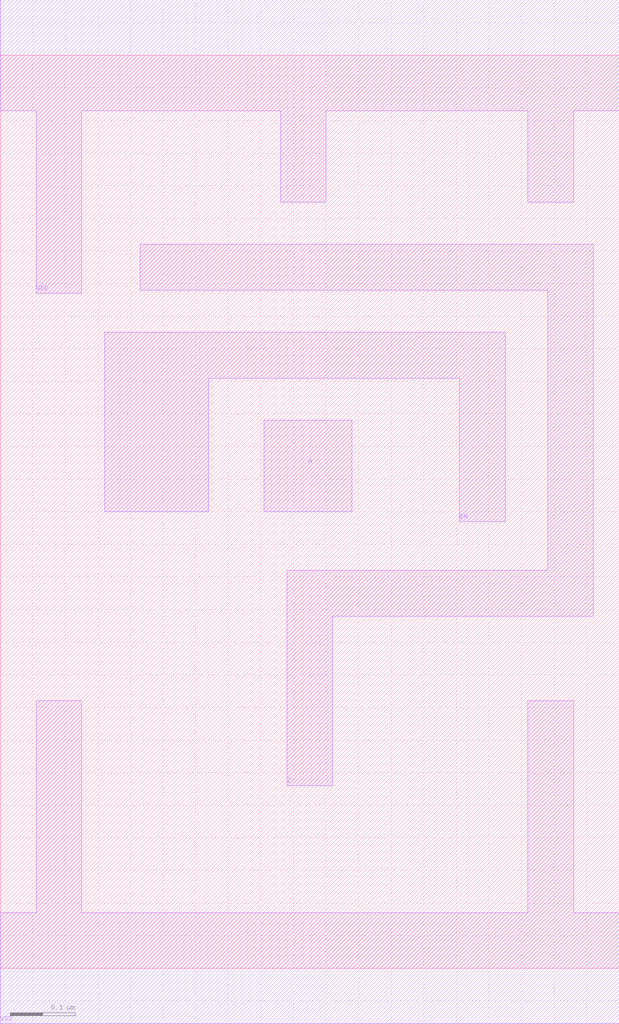
<source format=lef>
# 
# ******************************************************************************
# *                                                                            *
# *                   Copyright (C) 2004-2011, Nangate Inc.                    *
# *                           All rights reserved.                             *
# *                                                                            *
# * Nangate and the Nangate logo are trademarks of Nangate Inc.                *
# *                                                                            *
# * All trademarks, logos, software marks, and trade names (collectively the   *
# * "Marks") in this program are proprietary to Nangate or other respective    *
# * owners that have granted Nangate the right and license to use such Marks.  *
# * You are not permitted to use the Marks without the prior written consent   *
# * of Nangate or such third party that may own the Marks.                     *
# *                                                                            *
# * This file has been provided pursuant to a License Agreement containing     *
# * restrictions on its use. This file contains valuable trade secrets and     *
# * proprietary information of Nangate Inc., and is protected by U.S. and      *
# * international laws and/or treaties.                                        *
# *                                                                            *
# * The copyright notice(s) in this file does not indicate actual or intended  *
# * publication of this file.                                                  *
# *                                                                            *
# *     NGLibraryCreator, v2010.08-HR32-SP3-2010-08-05 - build 1009061800      *
# *                                                                            *
# ******************************************************************************
# 
# 
# Running on server08.nangate.com for user Giancarlo Franciscatto (gfr).
# Local time is now Thu, 6 Jan 2011, 18:10:28.
# Main process id is 3320.

VERSION 5.6 ;
BUSBITCHARS "[]" ;
DIVIDERCHAR "/" ;

MACRO ISO_FENCE1N_X4
  CLASS core ;
  FOREIGN ISO_FENCE1N_X4 0.0 0.0 ;
  ORIGIN 0 0 ;
  SYMMETRY X Y ;
  SITE FreePDK45_38x28_10R_NP_162NW_34O ;
  SIZE 0.95 BY 1.4 ;
  PIN A
    DIRECTION INPUT ;
    ANTENNAPARTIALMETALAREA 0.0189 LAYER metal1 ;
    ANTENNAPARTIALMETALSIDEAREA 0.0715 LAYER metal1 ;
    ANTENNAGATEAREA 0.0775 ;
    PORT
      LAYER metal1 ;
        POLYGON 0.405 0.7 0.54 0.7 0.54 0.84 0.405 0.84  ;
    END
  END A
  PIN EN
    DIRECTION INPUT ;
    ANTENNAPARTIALMETALAREA 0.09125 LAYER metal1 ;
    ANTENNAPARTIALMETALSIDEAREA 0.2886 LAYER metal1 ;
    ANTENNAGATEAREA 0.0775 ;
    PORT
      LAYER metal1 ;
        POLYGON 0.16 0.7 0.32 0.7 0.32 0.905 0.705 0.905 0.705 0.685 0.775 0.685 0.775 0.975 0.16 0.975  ;
    END
  END EN
  PIN Z
    DIRECTION OUTPUT ;
    ANTENNAPARTIALMETALAREA 0.12985 LAYER metal1 ;
    ANTENNAPARTIALMETALSIDEAREA 0.5005 LAYER metal1 ;
    ANTENNADIFFAREA 0.1666 ;
    PORT
      LAYER metal1 ;
        POLYGON 0.215 1.04 0.84 1.04 0.84 0.61 0.44 0.61 0.44 0.28 0.51 0.28 0.51 0.54 0.91 0.54 0.91 1.11 0.215 1.11  ;
    END
  END Z
  PIN VDD
    DIRECTION INOUT ;
    USE power ;
    SHAPE ABUTMENT ;
    PORT
      LAYER metal1 ;
        POLYGON 0 1.315 0.055 1.315 0.055 1.035 0.125 1.035 0.125 1.315 0.43 1.315 0.43 1.175 0.5 1.175 0.5 1.315 0.81 1.315 0.81 1.175 0.88 1.175 0.88 1.315 0.95 1.315 0.95 1.485 0 1.485  ;
    END
  END VDD
  PIN VSS
    DIRECTION INOUT ;
    USE ground ;
    SHAPE ABUTMENT ;
    PORT
      LAYER metal1 ;
        POLYGON 0 -0.085 0.95 -0.085 0.95 0.085 0.88 0.085 0.88 0.41 0.81 0.41 0.81 0.085 0.125 0.085 0.125 0.41 0.055 0.41 0.055 0.085 0 0.085  ;
    END
  END VSS
END ISO_FENCE1N_X4

END LIBRARY
#
# End of file
#

</source>
